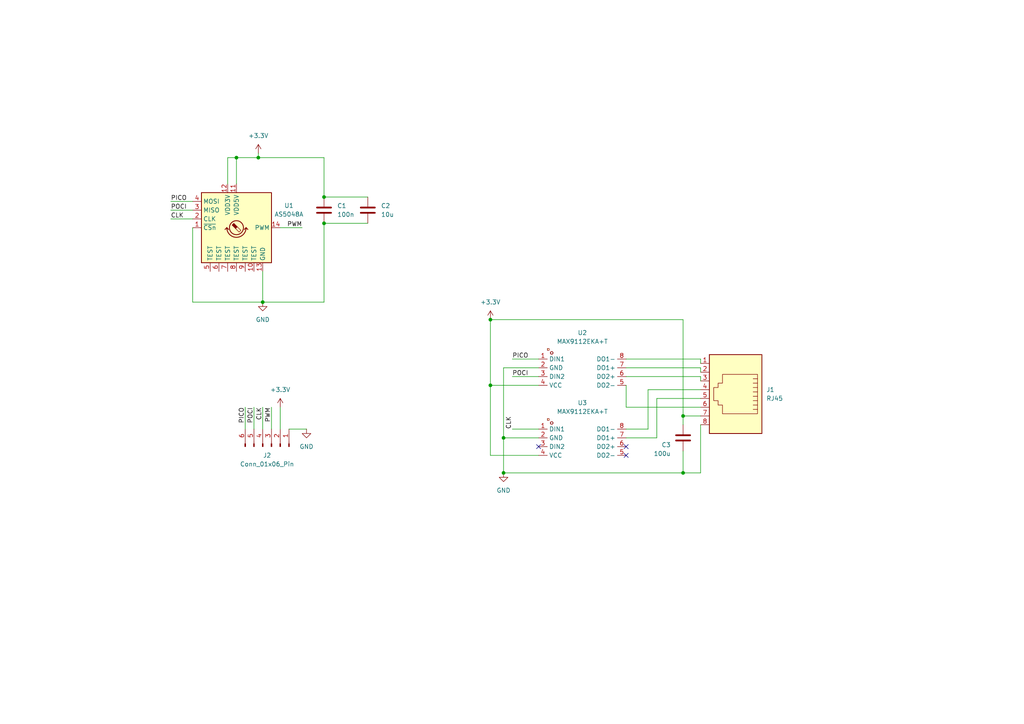
<source format=kicad_sch>
(kicad_sch (version 20250114) (generator "eeschema") (generator_version "9.0")
  (paper "A4")
  (lib_symbols
    (symbol "Connector:Conn_01x06_Pin" (pin_names (offset 1.016) (hide yes))
      (property "Reference" "J" (at 0 7.62 0))
      (property "Value" "Conn_01x06_Pin" (at 0 -10.16 0))
      (symbol "Conn_01x06_Pin_1_1"
        (rectangle (start 0.8636 5.207) (end 0 4.953) (stroke (width 0.1524)) (fill (type outline)))
        (rectangle (start 0.8636 2.667) (end 0 2.413) (stroke (width 0.1524)) (fill (type outline)))
        (rectangle (start 0.8636 0.127) (end 0 -0.127) (stroke (width 0.1524)) (fill (type outline)))
        (rectangle (start 0.8636 -2.413) (end 0 -2.667) (stroke (width 0.1524)) (fill (type outline)))
        (rectangle (start 0.8636 -4.953) (end 0 -5.207) (stroke (width 0.1524)) (fill (type outline)))
        (rectangle (start 0.8636 -7.493) (end 0 -7.747) (stroke (width 0.1524)) (fill (type outline)))
        (polyline (pts (xy 1.27 5.08) (xy 0.8636 5.08)) (stroke (width 0.1524)))
        (polyline (pts (xy 1.27 2.54) (xy 0.8636 2.54)) (stroke (width 0.1524)))
        (polyline (pts (xy 1.27 0) (xy 0.8636 0)) (stroke (width 0.1524)))
        (polyline (pts (xy 1.27 -2.54) (xy 0.8636 -2.54)) (stroke (width 0.1524)))
        (polyline (pts (xy 1.27 -5.08) (xy 0.8636 -5.08)) (stroke (width 0.1524)))
        (polyline (pts (xy 1.27 -7.62) (xy 0.8636 -7.62)) (stroke (width 0.1524)))
        (pin passive line (at 5.08 5.08 180) (length 3.81) (name "Pin_1") (number "1"))
        (pin passive line (at 5.08 2.54 180) (length 3.81) (name "Pin_2") (number "2"))
        (pin passive line (at 5.08 0 180) (length 3.81) (name "Pin_3") (number "3"))
        (pin passive line (at 5.08 -2.54 180) (length 3.81) (name "Pin_4") (number "4"))
        (pin passive line (at 5.08 -5.08 180) (length 3.81) (name "Pin_5") (number "5"))
        (pin passive line (at 5.08 -7.62 180) (length 3.81) (name "Pin_6") (number "6"))
      )
    )
    (symbol "Connector:RJ45" (pin_names (offset 1.016))
      (property "Reference" "J" (at -5.08 13.97 0))
      (property "Value" "RJ45" (at 2.54 13.97 0))
      (symbol "RJ45_0_1"
        (polyline (pts (xy -6.35 1.905) (xy -5.08 1.905) (xy -5.08 1.905)))
        (polyline (pts (xy -6.35 0.635) (xy -5.08 0.635) (xy -5.08 0.635)))
        (polyline (pts (xy -6.35 -0.635) (xy -5.08 -0.635) (xy -5.08 -0.635)))
        (polyline (pts (xy -6.35 -1.905) (xy -5.08 -1.905) (xy -5.08 -1.905)))
        (polyline (pts (xy -6.35 -3.175) (xy -5.08 -3.175) (xy -5.08 -3.175)))
        (polyline (pts (xy -6.35 -4.445) (xy -6.35 6.985) (xy 3.81 6.985) (xy 3.81 4.445) (xy 5.08 4.445) (xy 5.08 3.175) (xy 6.35 3.175) (xy 6.35 -0.635) (xy 5.08 -0.635) (xy 5.08 -1.905) (xy 3.81 -1.905) (xy 3.81 -4.445) (xy -6.35 -4.445) (xy -6.35 -4.445)))
        (polyline (pts (xy -5.08 5.715) (xy -6.35 5.715)))
        (polyline (pts (xy -5.08 4.445) (xy -6.35 4.445)))
        (polyline (pts (xy -5.08 3.175) (xy -6.35 3.175) (xy -6.35 3.175)))
        (rectangle (start 7.62 12.7) (end -7.62 -10.16) (stroke (width 0.254)) (fill (type background)))
      )
      (symbol "RJ45_1_1"
        (pin passive line (at 10.16 10.16 180) (length 2.54) (name "~") (number "8"))
        (pin passive line (at 10.16 7.62 180) (length 2.54) (name "~") (number "7"))
        (pin passive line (at 10.16 5.08 180) (length 2.54) (name "~") (number "6"))
        (pin passive line (at 10.16 2.54 180) (length 2.54) (name "~") (number "5"))
        (pin passive line (at 10.16 0 180) (length 2.54) (name "~") (number "4"))
        (pin passive line (at 10.16 -2.54 180) (length 2.54) (name "~") (number "3"))
        (pin passive line (at 10.16 -5.08 180) (length 2.54) (name "~") (number "2"))
        (pin passive line (at 10.16 -7.62 180) (length 2.54) (name "~") (number "1"))
      )
    )
    (symbol "Device:C" (pin_numbers (hide yes)) (pin_names (offset 0.254))
      (property "Reference" "C" (at 0.635 2.54 0))
      (property "Value" "C" (at 0.635 -2.54 0))
      (symbol "C_0_1"
        (polyline (pts (xy -2.032 0.762) (xy 2.032 0.762)) (stroke (width 0.508)))
        (polyline (pts (xy -2.032 -0.762) (xy 2.032 -0.762)) (stroke (width 0.508)))
      )
      (symbol "C_1_1"
        (pin passive line (at 0 3.81 270) (length 2.794) (name "~") (number "1"))
        (pin passive line (at 0 -3.81 90) (length 2.794) (name "~") (number "2"))
      )
    )
    (symbol "EasyEDA:MAX9112EKA+T"
      (property "Reference" "U" (at 0 8.89 0))
      (property "Value" "MAX9112EKA+T" (at 0 -8.89 0))
      (symbol "MAX9112EKA+T_0_1"
        (rectangle (start -10.16 6.86) (end -9.65 6.35) (fill (type background)))
        (circle (center -8.89 5.59) (radius 0.38))
        (circle (center -8.89 5.59) (radius 0.38))
        (pin unspecified line (at -12.7 3.81 0) (length 2.54) (name "DIN1") (number "1"))
        (pin unspecified line (at -12.7 1.27 0) (length 2.54) (name "GND") (number "2"))
        (pin unspecified line (at -12.7 -1.27 0) (length 2.54) (name "DIN2") (number "3"))
        (pin unspecified line (at -12.7 -3.81 0) (length 2.54) (name "VCC") (number "4"))
        (pin unspecified line (at 12.7 3.81 180) (length 2.54) (name "DO1-") (number "8"))
        (pin unspecified line (at 12.7 1.27 180) (length 2.54) (name "DO1+") (number "7"))
        (pin unspecified line (at 12.7 -1.27 180) (length 2.54) (name "DO2+") (number "6"))
        (pin unspecified line (at 12.7 -3.81 180) (length 2.54) (name "DO2-") (number "5"))
      )
    )
    (symbol "Sensor_Magnetic:AS5048A"
      (property "Reference" "U" (at -10.16 11.43 0))
      (property "Value" "AS5048A" (at 10.16 11.43 0))
      (symbol "AS5048A_0_1"
        (rectangle (start -10.16 10.16) (end 10.16 -10.16) (stroke (width 0.254)) (fill (type background)))
        (polyline (pts (xy -2.794 0) (xy -3.302 -0.508)) (stroke (width 0.254)))
        (polyline (pts (xy -2.794 0) (xy -2.286 -0.508)) (stroke (width 0.254)))
        (arc (start 2.794 0) (mid 0 -2.7819) (end -2.794 0) (stroke (width 0.254)))
        (polyline (pts (xy 2.794 0) (xy 2.286 -0.508)) (stroke (width 0.254)))
        (polyline (pts (xy 2.794 0) (xy 3.302 -0.508)) (stroke (width 0.254)))
      )
      (symbol "AS5048A_1_1"
        (polyline (pts (xy -0.762 1.27) (xy 0.254 0.254) (xy -0.254 -0.254) (xy -1.27 0.762) (xy -1.016 1.016) (xy -0.762 1.27) (xy -0.635 1.143)) (fill (type outline)))
        (circle (center 0 0) (radius 2.032) (stroke (width 0.254)))
        (polyline (pts (xy 0.254 0.254) (xy 1.27 -0.762) (xy 0.762 -1.27) (xy -0.254 -0.254)))
        (pin input line (at -12.7 7.62 0) (length 2.54) (name "MOSI") (number "4"))
        (pin output line (at -12.7 5.08 0) (length 2.54) (name "MISO") (number "3"))
        (pin input line (at -12.7 2.54 0) (length 2.54) (name "CLK") (number "2"))
        (pin input line (at -12.7 0 0) (length 2.54) (name "~{CSn}") (number "1"))
        (pin passive line (at -7.62 -12.7 90) (length 2.54) (name "TEST") (number "5"))
        (pin passive line (at -5.08 -12.7 90) (length 2.54) (name "TEST") (number "6"))
        (pin power_in line (at -2.54 12.7 270) (length 2.54) (name "VDD3V") (number "12"))
        (pin passive line (at -2.54 -12.7 90) (length 2.54) (name "TEST") (number "7"))
        (pin power_in line (at 0 12.7 270) (length 2.54) (name "VDD5V") (number "11"))
        (pin passive line (at 0 -12.7 90) (length 2.54) (name "TEST") (number "8"))
        (pin passive line (at 2.54 -12.7 90) (length 2.54) (name "TEST") (number "9"))
        (pin passive line (at 5.08 -12.7 90) (length 2.54) (name "TEST") (number "10"))
        (pin power_in line (at 7.62 -12.7 90) (length 2.54) (name "GND") (number "13"))
        (pin output line (at 12.7 0 180) (length 2.54) (name "PWM") (number "14"))
      )
    )
    (symbol "power:+3.3V" (power) (pin_numbers (hide yes)) (pin_names (offset 0) (hide yes))
      (property "Value" "+3.3V" (at 0 3.556 0))
      (symbol "+3.3V_0_1"
        (polyline (pts (xy -0.762 1.27) (xy 0 2.54)))
        (polyline (pts (xy 0 2.54) (xy 0.762 1.27)))
        (polyline (pts (xy 0 0) (xy 0 2.54)))
      )
      (symbol "+3.3V_1_1"
        (pin power_in line (at 0 0 90) (length 0) (name "~") (number "1"))
      )
    )
    (symbol "power:GND" (power) (pin_numbers (hide yes)) (pin_names (offset 0) (hide yes))
      (property "Value" "GND" (at 0 -3.81 0))
      (symbol "GND_0_1"
        (polyline (pts (xy 0 0) (xy 0 -1.27) (xy 1.27 -1.27) (xy 0 -2.54) (xy -1.27 -1.27) (xy 0 -1.27)))
      )
      (symbol "GND_1_1"
        (pin power_in line (at 0 0 270) (length 0) (name "~") (number "1"))
      )
    )
  )
  (junction (at 74.93 45.72))
  (junction (at 93.98 57.15))
  (junction (at 93.98 64.77))
  (junction (at 198.12 120.65))
  (junction (at 146.05 127))
  (junction (at 198.12 137.16))
  (junction (at 76.2 87.63))
  (junction (at 142.24 92.71))
  (junction (at 68.58 45.72))
  (junction (at 146.05 137.16))
  (junction (at 142.24 111.76))
  (no_connect (at 156.21 129.54))
  (no_connect (at 181.61 129.54))
  (no_connect (at 181.61 132.08))
  (wire (pts (xy 93.98 87.63) (xy 76.2 87.63)))
  (wire (pts (xy 146.05 127) (xy 156.21 127)))
  (wire (pts (xy 93.98 64.77) (xy 93.98 87.63)))
  (wire (pts (xy 76.2 78.74) (xy 76.2 87.63)))
  (wire (pts (xy 198.12 130.81) (xy 198.12 137.16)))
  (wire (pts (xy 142.24 111.76) (xy 142.24 132.08)))
  (wire (pts (xy 190.5 127) (xy 190.5 115.57)))
  (wire (pts (xy 93.98 57.15) (xy 106.68 57.15)))
  (wire (pts (xy 83.82 124.46) (xy 88.9 124.46)))
  (wire (pts (xy 190.5 115.57) (xy 203.2 115.57)))
  (wire (pts (xy 198.12 120.65) (xy 198.12 123.19)))
  (wire (pts (xy 146.05 106.68) (xy 146.05 127)))
  (wire (pts (xy 68.58 45.72) (xy 68.58 53.34)))
  (wire (pts (xy 181.61 111.76) (xy 181.61 118.11)))
  (wire (pts (xy 181.61 106.68) (xy 203.2 106.68)))
  (wire (pts (xy 49.53 58.42) (xy 55.88 58.42)))
  (wire (pts (xy 74.93 45.72) (xy 74.93 44.45)))
  (wire (pts (xy 203.2 104.14) (xy 203.2 105.41)))
  (wire (pts (xy 74.93 45.72) (xy 93.98 45.72)))
  (wire (pts (xy 181.61 127) (xy 190.5 127)))
  (wire (pts (xy 66.04 45.72) (xy 68.58 45.72)))
  (wire (pts (xy 148.59 124.46) (xy 156.21 124.46)))
  (wire (pts (xy 71.12 118.11) (xy 71.12 124.46)))
  (wire (pts (xy 156.21 111.76) (xy 142.24 111.76)))
  (wire (pts (xy 203.2 109.22) (xy 203.2 110.49)))
  (wire (pts (xy 76.2 118.11) (xy 76.2 124.46)))
  (wire (pts (xy 142.24 92.71) (xy 142.24 111.76)))
  (wire (pts (xy 148.59 104.14) (xy 156.21 104.14)))
  (wire (pts (xy 187.96 124.46) (xy 187.96 113.03)))
  (wire (pts (xy 181.61 104.14) (xy 203.2 104.14)))
  (wire (pts (xy 181.61 109.22) (xy 203.2 109.22)))
  (wire (pts (xy 181.61 118.11) (xy 203.2 118.11)))
  (wire (pts (xy 156.21 106.68) (xy 146.05 106.68)))
  (wire (pts (xy 148.59 109.22) (xy 156.21 109.22)))
  (wire (pts (xy 181.61 124.46) (xy 187.96 124.46)))
  (wire (pts (xy 198.12 137.16) (xy 203.2 137.16)))
  (wire (pts (xy 49.53 60.96) (xy 55.88 60.96)))
  (wire (pts (xy 198.12 92.71) (xy 198.12 120.65)))
  (wire (pts (xy 68.58 45.72) (xy 74.93 45.72)))
  (wire (pts (xy 76.2 87.63) (xy 55.88 87.63)))
  (wire (pts (xy 203.2 137.16) (xy 203.2 123.19)))
  (wire (pts (xy 81.28 66.04) (xy 87.63 66.04)))
  (wire (pts (xy 81.28 118.11) (xy 81.28 124.46)))
  (wire (pts (xy 49.53 63.5) (xy 55.88 63.5)))
  (wire (pts (xy 187.96 113.03) (xy 203.2 113.03)))
  (wire (pts (xy 203.2 106.68) (xy 203.2 107.95)))
  (wire (pts (xy 93.98 57.15) (xy 93.98 45.72)))
  (wire (pts (xy 156.21 132.08) (xy 142.24 132.08)))
  (wire (pts (xy 66.04 45.72) (xy 66.04 53.34)))
  (wire (pts (xy 198.12 120.65) (xy 203.2 120.65)))
  (wire (pts (xy 73.66 118.11) (xy 73.66 124.46)))
  (wire (pts (xy 55.88 87.63) (xy 55.88 66.04)))
  (wire (pts (xy 146.05 137.16) (xy 146.05 127)))
  (wire (pts (xy 78.74 118.11) (xy 78.74 124.46)))
  (wire (pts (xy 146.05 137.16) (xy 198.12 137.16)))
  (wire (pts (xy 142.24 92.71) (xy 198.12 92.71)))
  (wire (pts (xy 93.98 64.77) (xy 106.68 64.77)))
  (label "PWM" (at 87.63 66.04 180))
  (label "PICO" (at 148.59 104.14 0))
  (label "POCI" (at 73.66 118.11 270))
  (label "PICO" (at 71.12 118.11 270))
  (label "CLK" (at 49.53 63.5 0))
  (label "PWM" (at 78.74 118.11 270))
  (label "POCI" (at 49.53 60.96 0))
  (label "CLK" (at 76.2 118.11 270))
  (label "POCI" (at 148.59 109.22 0))
  (label "PICO" (at 49.53 58.42 0))
  (label "CLK" (at 148.59 124.46 90))
  (symbol (lib_id "Device:C") (at 93.98 60.96 0) (unit 1)
    (property "Reference" "C1" (at 97.79 59.6899 0) (effects (justify left)))
    (property "Value" "100n" (at 97.79 62.2299 0) (effects (justify left)))
    (property "Footprint" "Capacitor_SMD:C_0603_1608Metric_Pad1.08x0.95mm_HandSolder" (effects (hide yes)))
    (property "Description" "Unpolarized capacitor" (effects (hide yes)))
  )
  (symbol (lib_id "Connector:Conn_01x06_Pin") (at 78.74 129.54 270) (mirror x) (unit 1)
    (property "Reference" "J2" (at 77.47 132.08 90))
    (property "Value" "Conn_01x06_Pin" (at 77.47 134.62 90))
    (property "Footprint" "Connector_PinSocket_2.54mm:PinSocket_1x06_P2.54mm_Vertical" (effects (hide yes)))
    (property "Description" "Generic connector, single row, 01x06, script generated" (effects (hide yes)))
  )
  (symbol (lib_id "power:GND") (at 88.9 124.46 0) (unit 1)
    (property "Reference" "#PWR06" (effects (hide yes)))
    (property "Value" "GND" (at 88.9 129.54 0))
    (property "Description" "Power symbol creates a global label with name \"GND\" , ground" (effects (hide yes)))
  )
  (symbol (lib_id "power:GND") (at 146.05 137.16 0) (unit 1)
    (property "Reference" "#PWR04" (effects (hide yes)))
    (property "Value" "GND" (at 146.05 142.24 0))
    (property "Description" "Power symbol creates a global label with name \"GND\" , ground" (effects (hide yes)))
  )
  (symbol (lib_id "Sensor_Magnetic:AS5048A") (at 68.58 66.04 0) (unit 1)
    (property "Reference" "U1" (at 83.82 59.6198 0))
    (property "Value" "AS5048A" (at 83.82 62.1598 0))
    (property "Footprint" "Package_SO:TSSOP-14_4.4x5mm_P0.65mm" (effects (hide yes)))
    (property "Datasheet" "https://ams.com/documents/20143/36005/AS5048_DS000298_4-00.pdf" (effects (hide yes)))
    (property "Description" "Magnetic position sensor, 14-bit, PWM output, SPI Interface, TSSOP-14" (effects (hide yes)))
  )
  (symbol (lib_id "Connector:RJ45") (at 213.36 113.03 180) (unit 1)
    (property "Reference" "J1" (at 222.25 113.0299 0) (effects (justify right)))
    (property "Value" "RJ45" (at 222.25 115.5699 0) (effects (justify right)))
    (property "Footprint" "Connector_RJ:RJ45_OST_PJ012-8P8CX_Vertical" (effects (hide yes)))
    (property "Description" "RJ connector, 8P8C (8 positions 8 connected)" (effects (hide yes)))
  )
  (symbol (lib_id "EasyEDA:MAX9112EKA+T") (at 168.91 107.95 0) (unit 1)
    (property "Reference" "U2" (at 168.91 96.52 0))
    (property "Value" "MAX9112EKA+T" (at 168.91 99.06 0))
    (property "Footprint" "EasyEDA:SOT-23-8_L3.0-W1.7-P0.65-LS2.8-BL" (effects (hide yes)))
    (property "Datasheet" "https://lcsc.com/product-detail/LVDS_MAXIM_MAX9112EKA-T_MAX9112EKA-T_C143618.html" (effects (hide yes)))
    (property "LCSC Part" "C143618" (effects (hide yes)))
  )
  (symbol (lib_id "power:+3.3V") (at 74.93 44.45 0) (unit 1)
    (property "Reference" "#PWR02" (effects (hide yes)))
    (property "Value" "+3.3V" (at 74.93 39.37 0))
    (property "Description" "Power symbol creates a global label with name \"+3.3V\"" (effects (hide yes)))
  )
  (symbol (lib_id "Device:C") (at 106.68 60.96 0) (unit 1)
    (property "Reference" "C2" (at 110.49 59.6899 0) (effects (justify left)))
    (property "Value" "10u" (at 110.49 62.2299 0) (effects (justify left)))
    (property "Footprint" "Capacitor_SMD:C_0603_1608Metric_Pad1.08x0.95mm_HandSolder" (effects (hide yes)))
    (property "Description" "Unpolarized capacitor" (effects (hide yes)))
  )
  (symbol (lib_id "power:GND") (at 76.2 87.63 0) (unit 1)
    (property "Reference" "#PWR01" (effects (hide yes)))
    (property "Value" "GND" (at 76.2 92.71 0))
    (property "Description" "Power symbol creates a global label with name \"GND\" , ground" (effects (hide yes)))
  )
  (symbol (lib_id "Device:C") (at 198.12 127 0) (mirror x) (unit 1)
    (property "Reference" "C3" (at 194.564 129.032 0) (effects (justify right)))
    (property "Value" "100u" (at 194.564 131.572 0) (effects (justify right)))
    (property "Footprint" "Capacitor_SMD:C_1206_3216Metric_Pad1.33x1.80mm_HandSolder" (effects (hide yes)))
    (property "Description" "Unpolarized capacitor" (effects (hide yes)))
  )
  (symbol (lib_id "EasyEDA:MAX9112EKA+T") (at 168.91 128.27 0) (unit 1)
    (property "Reference" "U3" (at 168.91 116.84 0))
    (property "Value" "MAX9112EKA+T" (at 168.91 119.38 0))
    (property "Footprint" "EasyEDA:SOT-23-8_L3.0-W1.7-P0.65-LS2.8-BL" (effects (hide yes)))
    (property "Datasheet" "https://lcsc.com/product-detail/LVDS_MAXIM_MAX9112EKA-T_MAX9112EKA-T_C143618.html" (effects (hide yes)))
    (property "LCSC Part" "C143618" (effects (hide yes)))
  )
  (symbol (lib_id "power:+3.3V") (at 81.28 118.11 0) (unit 1)
    (property "Reference" "#PWR05" (effects (hide yes)))
    (property "Value" "+3.3V" (at 81.28 113.03 0))
    (property "Description" "Power symbol creates a global label with name \"+3.3V\"" (effects (hide yes)))
  )
  (symbol (lib_id "power:+3.3V") (at 142.24 92.71 0) (unit 1)
    (property "Reference" "#PWR03" (effects (hide yes)))
    (property "Value" "+3.3V" (at 142.24 87.63 0))
    (property "Description" "Power symbol creates a global label with name \"+3.3V\"" (effects (hide yes)))
  )
)
</source>
